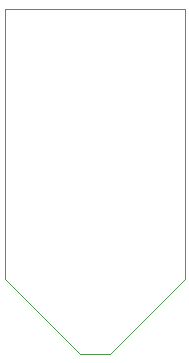
<source format=gm1>
%TF.GenerationSoftware,KiCad,Pcbnew,(5.1.5)-3*%
%TF.CreationDate,2020-03-25T18:08:18+08:00*%
%TF.ProjectId,RH2288_PWM,52483232-3838-45f5-9057-4d2e6b696361,rev?*%
%TF.SameCoordinates,Original*%
%TF.FileFunction,Profile,NP*%
%FSLAX46Y46*%
G04 Gerber Fmt 4.6, Leading zero omitted, Abs format (unit mm)*
G04 Created by KiCad (PCBNEW (5.1.5)-3) date 2020-03-25 18:08:18*
%MOMM*%
%LPD*%
G04 APERTURE LIST*
%ADD10C,0.050000*%
G04 APERTURE END LIST*
D10*
X151130000Y-115570000D02*
X144780000Y-109220000D01*
X153670000Y-115570000D02*
X151130000Y-115570000D01*
X160020000Y-109220000D02*
X153670000Y-115570000D01*
X160020000Y-86360000D02*
X160020000Y-109220000D01*
X144780000Y-86360000D02*
X160020000Y-86360000D01*
X144780000Y-109220000D02*
X144780000Y-86360000D01*
M02*

</source>
